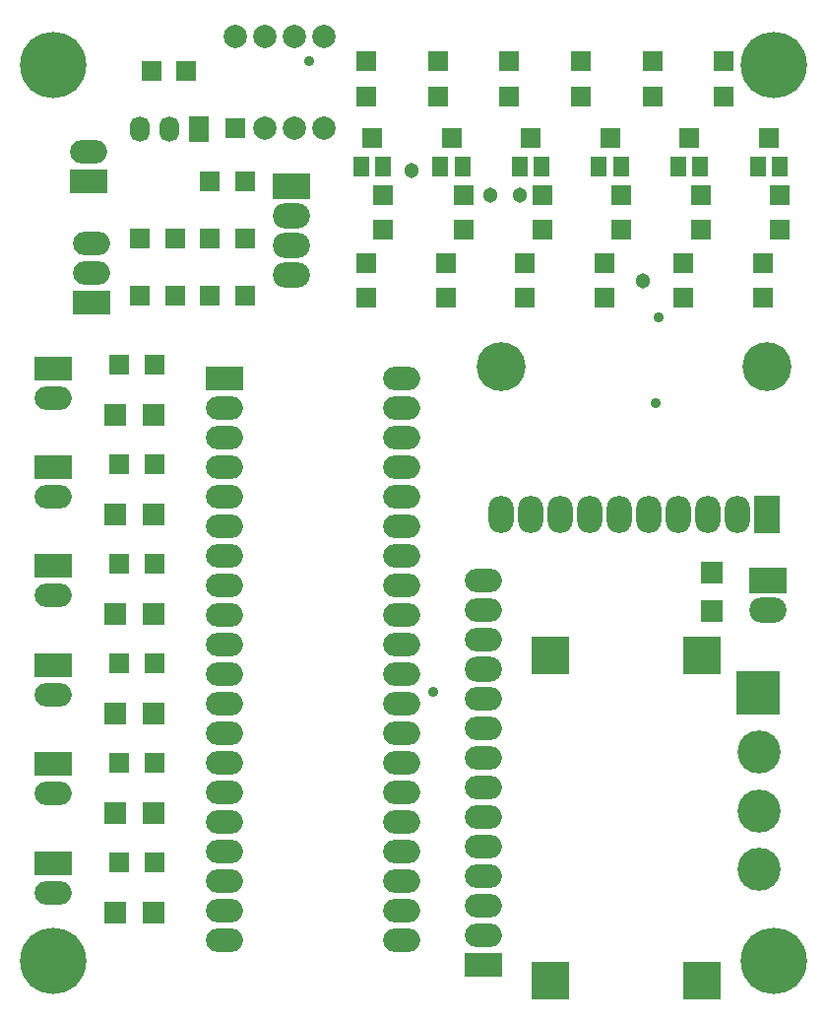
<source format=gts>
G04*
G04 #@! TF.GenerationSoftware,Altium Limited,Altium Designer,21.3.2 (30)*
G04*
G04 Layer_Color=8388736*
%FSTAX24Y24*%
%MOIN*%
G70*
G04*
G04 #@! TF.SameCoordinates,B2E6FB57-DAF8-471C-B04C-D09EA4292E56*
G04*
G04*
G04 #@! TF.FilePolarity,Negative*
G04*
G01*
G75*
%ADD21R,0.0749X0.0749*%
%ADD22R,0.0671X0.0710*%
%ADD23R,0.0710X0.0671*%
%ADD24R,0.0552X0.0671*%
%ADD25R,0.0671X0.0671*%
%ADD26R,0.0749X0.0749*%
%ADD27C,0.1655*%
%ADD28R,0.0867X0.1261*%
%ADD29O,0.0867X0.1261*%
%ADD30R,0.1261X0.1261*%
%ADD31O,0.1261X0.0789*%
%ADD32R,0.1261X0.0789*%
%ADD33O,0.1261X0.0789*%
%ADD34R,0.1261X0.0789*%
%ADD35O,0.1261X0.0867*%
%ADD36R,0.1261X0.0867*%
%ADD37O,0.0671X0.0867*%
%ADD38R,0.0671X0.0867*%
%ADD39C,0.0789*%
%ADD40C,0.1458*%
%ADD41R,0.1458X0.1458*%
%ADD42C,0.2245*%
%ADD43C,0.0356*%
%ADD44C,0.0513*%
D21*
X00498Y016693D02*
D03*
X003681D02*
D03*
X00498Y003228D02*
D03*
X003681D02*
D03*
X00498Y020059D02*
D03*
X003681D02*
D03*
X00498Y006595D02*
D03*
X003681D02*
D03*
X00498Y009961D02*
D03*
X003681D02*
D03*
X00498Y013327D02*
D03*
X003681D02*
D03*
D22*
X005011Y004901D02*
D03*
X00383D02*
D03*
X005011Y021732D02*
D03*
X00383D02*
D03*
X005011Y015D02*
D03*
X00383D02*
D03*
X005011Y018366D02*
D03*
X00383D02*
D03*
X005011Y008268D02*
D03*
X00383D02*
D03*
X005011Y011634D02*
D03*
X00383D02*
D03*
X005709Y024095D02*
D03*
X004528D02*
D03*
X008071Y026024D02*
D03*
X00689D02*
D03*
X008071Y024095D02*
D03*
X00689D02*
D03*
X00689Y027953D02*
D03*
X008071D02*
D03*
X005709Y026024D02*
D03*
X004528D02*
D03*
X006102Y031693D02*
D03*
X004921D02*
D03*
D23*
X012756Y02748D02*
D03*
Y026299D02*
D03*
X012186Y025197D02*
D03*
Y024016D02*
D03*
X019449Y030827D02*
D03*
Y032008D02*
D03*
X020827Y026299D02*
D03*
Y02748D02*
D03*
X020241Y024016D02*
D03*
Y025197D02*
D03*
X026181Y026299D02*
D03*
Y02748D02*
D03*
X023504Y026299D02*
D03*
Y02748D02*
D03*
X014871Y024016D02*
D03*
Y025197D02*
D03*
X017556Y024016D02*
D03*
Y025197D02*
D03*
X025611Y024016D02*
D03*
Y025197D02*
D03*
X022926Y024016D02*
D03*
Y025197D02*
D03*
X024291Y030827D02*
D03*
Y032008D02*
D03*
X012186Y030827D02*
D03*
Y032008D02*
D03*
X02187Y030827D02*
D03*
Y032008D02*
D03*
X017028Y030827D02*
D03*
Y032008D02*
D03*
X014607Y030827D02*
D03*
Y032008D02*
D03*
X01815Y02748D02*
D03*
Y026299D02*
D03*
X015472Y02748D02*
D03*
Y026299D02*
D03*
D24*
X012012Y028445D02*
D03*
X01276D02*
D03*
X020816D02*
D03*
X020068D02*
D03*
X025438D02*
D03*
X026186D02*
D03*
X022753D02*
D03*
X023501D02*
D03*
X018131D02*
D03*
X017383D02*
D03*
X015446D02*
D03*
X014697D02*
D03*
D25*
X012386Y029429D02*
D03*
X020442D02*
D03*
X025812D02*
D03*
X023127D02*
D03*
X017757D02*
D03*
X015072D02*
D03*
X007752Y029736D02*
D03*
D26*
X023898Y013406D02*
D03*
Y014705D02*
D03*
D27*
X02576Y021666D02*
D03*
X01676D02*
D03*
D28*
X02576Y016666D02*
D03*
D29*
X02476D02*
D03*
X02376D02*
D03*
X02276D02*
D03*
X02176D02*
D03*
X01676D02*
D03*
X01776D02*
D03*
X01876D02*
D03*
X01976D02*
D03*
X02076D02*
D03*
D30*
X023541Y000903D02*
D03*
Y011927D02*
D03*
X018423Y000903D02*
D03*
Y011927D02*
D03*
D31*
X013386Y002283D02*
D03*
Y003283D02*
D03*
Y004283D02*
D03*
Y005283D02*
D03*
Y006283D02*
D03*
Y007283D02*
D03*
Y008283D02*
D03*
Y009283D02*
D03*
Y010283D02*
D03*
Y011283D02*
D03*
Y012283D02*
D03*
Y013283D02*
D03*
Y014283D02*
D03*
Y015283D02*
D03*
Y016283D02*
D03*
Y017283D02*
D03*
Y018283D02*
D03*
Y019283D02*
D03*
Y020283D02*
D03*
Y021283D02*
D03*
X007386Y002283D02*
D03*
Y003283D02*
D03*
Y004283D02*
D03*
Y005283D02*
D03*
Y006283D02*
D03*
Y007283D02*
D03*
Y008283D02*
D03*
Y009283D02*
D03*
Y010283D02*
D03*
Y011283D02*
D03*
Y012283D02*
D03*
Y013283D02*
D03*
Y014283D02*
D03*
Y015283D02*
D03*
Y016283D02*
D03*
Y017283D02*
D03*
Y018283D02*
D03*
Y019283D02*
D03*
Y020283D02*
D03*
X002874Y024843D02*
D03*
Y025843D02*
D03*
X002795Y028937D02*
D03*
D32*
X007386Y021283D02*
D03*
X002874Y023843D02*
D03*
X002795Y027937D02*
D03*
D33*
X001575Y007232D02*
D03*
Y003882D02*
D03*
Y013931D02*
D03*
Y02063D02*
D03*
Y01728D02*
D03*
Y010581D02*
D03*
X016142Y014449D02*
D03*
Y013449D02*
D03*
Y012449D02*
D03*
Y010449D02*
D03*
Y009449D02*
D03*
Y008449D02*
D03*
Y007449D02*
D03*
Y006449D02*
D03*
Y005449D02*
D03*
Y004449D02*
D03*
Y003449D02*
D03*
Y002449D02*
D03*
D34*
X001575Y008231D02*
D03*
Y004882D02*
D03*
Y014931D02*
D03*
Y02163D02*
D03*
Y01828D02*
D03*
Y011581D02*
D03*
X016142Y001449D02*
D03*
D35*
X009646Y024787D02*
D03*
Y026787D02*
D03*
Y025787D02*
D03*
X025787Y013449D02*
D03*
X016142Y011449D02*
D03*
D36*
X009646Y027787D02*
D03*
X025787Y014449D02*
D03*
D37*
X004512Y029724D02*
D03*
X005512D02*
D03*
D38*
X006512D02*
D03*
D39*
X007752Y032862D02*
D03*
X008752D02*
D03*
X009752D02*
D03*
X010752D02*
D03*
Y029736D02*
D03*
X009752D02*
D03*
X008752D02*
D03*
D40*
X025472Y004671D02*
D03*
Y006661D02*
D03*
Y008661D02*
D03*
D41*
X025452Y010661D02*
D03*
D42*
X001575Y03189D02*
D03*
X025984Y001575D02*
D03*
Y03189D02*
D03*
X001575Y001575D02*
D03*
D43*
X014449Y010669D02*
D03*
X02199Y02046D02*
D03*
X022071Y023346D02*
D03*
X010236Y032008D02*
D03*
D44*
X01373Y02833D02*
D03*
X02154Y02459D02*
D03*
X016378Y02748D02*
D03*
X017402D02*
D03*
M02*

</source>
